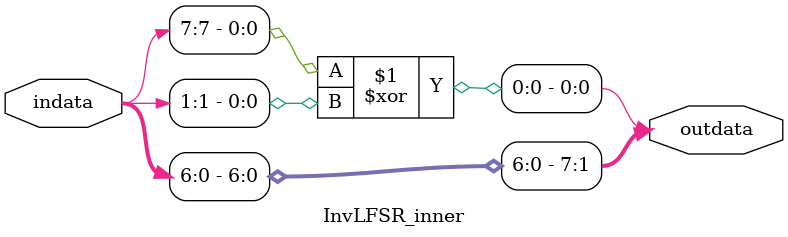
<source format=v>
module LFSR
    (
        input wire [127:0] indata,
        output wire [127:0] outdata
    );
    localparam n = 128;
	localparam m=n>>4;
    localparam [15:0] indices = 
        1'b1 << 0 | 1'b1 << 1 | 1'b1 << 3 | 1'b1 << 4 | 1'b1 << 8 | 1'b1 << 11 | 1'b1 << 13;
    wire [n-1:0] inIS;
    assign inIS = {indata[0*m+:m], indata[1*m+:m], indata[2*m+:m], indata[3*m+:m],
                    indata[4*m+:m], indata[5*m+:m], indata[6*m+:m], indata[7*m+:m],
                    indata[8*m+:m], indata[9*m+:m], indata[10*m+:m], indata[11*m+:m],
                    indata[12*m+:m], indata[13*m+:m], indata[14*m+:m], indata[15*m+:m]
    };
    wire [n-1:0] outIS;

    assign outdata = {outIS[0*m+:m], outIS[1*m+:m], outIS[2*m+:m], outIS[3*m+:m],
                     outIS[4*m+:m], outIS[5*m+:m], outIS[6*m+:m], outIS[7*m+:m],
                     outIS[8*m+:m], outIS[9*m+:m], outIS[10*m+:m], outIS[11*m+:m],
                     outIS[12*m+:m], outIS[13*m+:m], outIS[14*m+:m], outIS[15*m+:m]
                    };
    genvar i;
    generate
        for(i=0; i<16; i=i+1)begin: genlfsr
            if(indices[i] == 1'b1) begin: lfsrb1
                LFSR_inner inner(inIS[i*m+:m], outIS[i*m+:m]);
            end
            else begin: lfsrb2
                assign outIS[i*m+:m] = inIS[i*m+:m];
            end
        end
    endgenerate
endmodule

module InvLFSR
    (
        input wire [127:0] indata,
        output wire [127:0] outdata
    );
    localparam n = 128;
	localparam m=n>>4;
    localparam [15:0] indices = 
        1'b1 << 0 | 1'b1 << 1 | 1'b1 << 3 | 1'b1 << 4 | 1'b1 << 8 | 1'b1 << 11 | 1'b1 << 13;
    wire [n-1:0] inIS;
    assign inIS = {indata[0*m+:m], indata[1*m+:m], indata[2*m+:m], indata[3*m+:m],
                    indata[4*m+:m], indata[5*m+:m], indata[6*m+:m], indata[7*m+:m],
                    indata[8*m+:m], indata[9*m+:m], indata[10*m+:m], indata[11*m+:m],
                    indata[12*m+:m], indata[13*m+:m], indata[14*m+:m], indata[15*m+:m]
    };
    wire [n-1:0] outIS;

    assign outdata = {outIS[0*m+:m], outIS[1*m+:m], outIS[2*m+:m], outIS[3*m+:m],
                     outIS[4*m+:m], outIS[5*m+:m], outIS[6*m+:m], outIS[7*m+:m],
                     outIS[8*m+:m], outIS[9*m+:m], outIS[10*m+:m], outIS[11*m+:m],
                     outIS[12*m+:m], outIS[13*m+:m], outIS[14*m+:m], outIS[15*m+:m]
                    };
    genvar i;
    generate
        for(i=0; i<16; i=i+1)begin: genlfsr
            if(indices[i] == 1'b1) begin: lfsrb1
                InvLFSR_inner invinner(inIS[i*m+:m], outIS[i*m+:m]);
            end
            else begin: lfsrb2
                assign outIS[i*m+:m] = inIS[i*m+:m];
            end
        end
    endgenerate
endmodule


module LFSR_inner
    (
        input wire [7:0] indata,
        output wire [7:0] outdata
    );
    assign outdata = {indata[0]^indata[2], indata[7:1]};
endmodule

module InvLFSR_inner
    (
        input wire [7:0] indata,
        output wire [7:0] outdata
    );
    assign outdata = {indata[6:0], indata[7]^indata[1]};

endmodule


</source>
